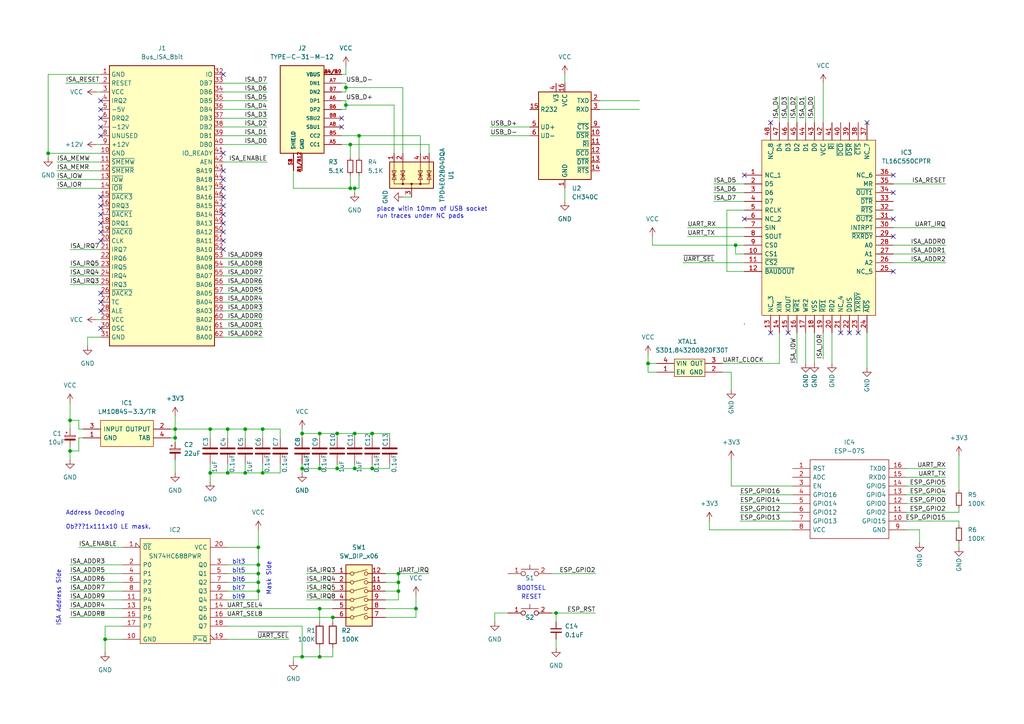
<source format=kicad_sch>
(kicad_sch (version 20211123) (generator eeschema)
  (paper "A4")
  (title_block (title "EcksDee Wifi") (date "2022-12-16") (comment 1 "UART selection is done through jumpers") (comment 2 "SEL4 selects LSB of second nybble") (comment 3 "SEL8 selects LSB of third nybble"))
  (junction (at 92.71 125.73))
  (junction (at 74.93 168.91))
  (junction (at 66.04 124.46))
  (junction (at 187.96 105.41))
  (junction (at 96.52 179.07))
  (junction (at 92.71 135.89))
  (junction (at 102.87 125.73))
  (junction (at 30.48 185.42))
  (junction (at 97.79 125.73))
  (junction (at 107.95 135.89))
  (junction (at 60.96 137.16))
  (junction (at 66.04 137.16))
  (junction (at 50.8 124.46))
  (junction (at 107.95 125.73))
  (junction (at 97.79 135.89))
  (junction (at 100.33 25.4))
  (junction (at 76.2 124.46))
  (junction (at 92.71 190.5))
  (junction (at 115.57 168.91))
  (junction (at 87.63 190.5))
  (junction (at 74.93 163.83))
  (junction (at 120.65 176.53))
  (junction (at 102.87 54.61))
  (junction (at 74.93 166.37))
  (junction (at 87.63 125.73))
  (junction (at 115.57 166.37))
  (junction (at 71.12 137.16))
  (junction (at 104.14 39.37))
  (junction (at 50.8 127))
  (junction (at 13.97 44.45))
  (junction (at 92.71 176.53))
  (junction (at 101.6 41.91))
  (junction (at 100.33 30.48))
  (junction (at 213.36 71.12))
  (junction (at 60.96 124.46))
  (junction (at 71.12 124.46))
  (junction (at 20.32 121.92))
  (junction (at 161.29 177.8))
  (junction (at 74.93 158.75))
  (junction (at 87.63 135.89))
  (junction (at 102.87 135.89))
  (junction (at 74.93 171.45))
  (junction (at 101.6 54.61))
  (junction (at 20.32 130.81))
  (junction (at 76.2 137.16))
  (junction (at 115.57 171.45))
  (no_connect (at 99.06 34.29))
  (no_connect (at 259.08 68.58))
  (no_connect (at 243.84 96.52))
  (no_connect (at 248.92 96.52))
  (no_connect (at 246.38 96.52))
  (no_connect (at 259.08 63.5))
  (no_connect (at 259.08 55.88))
  (no_connect (at 29.21 95.25))
  (no_connect (at 29.21 85.09))
  (no_connect (at 29.21 87.63))
  (no_connect (at 29.21 90.17))
  (no_connect (at 29.21 57.15))
  (no_connect (at 29.21 59.69))
  (no_connect (at 29.21 62.23))
  (no_connect (at 29.21 64.77))
  (no_connect (at 29.21 67.31))
  (no_connect (at 29.21 69.85))
  (no_connect (at 29.21 29.21))
  (no_connect (at 29.21 31.75))
  (no_connect (at 29.21 36.83))
  (no_connect (at 29.21 39.37))
  (no_connect (at 29.21 34.29))
  (no_connect (at 64.77 72.39))
  (no_connect (at 64.77 69.85))
  (no_connect (at 64.77 67.31))
  (no_connect (at 64.77 52.07))
  (no_connect (at 64.77 49.53))
  (no_connect (at 64.77 44.45))
  (no_connect (at 64.77 21.59))
  (no_connect (at 64.77 64.77))
  (no_connect (at 64.77 62.23))
  (no_connect (at 64.77 59.69))
  (no_connect (at 64.77 57.15))
  (no_connect (at 64.77 54.61))
  (no_connect (at 99.06 36.83))
  (no_connect (at 228.6 96.52))
  (no_connect (at 215.9 63.5))
  (no_connect (at 215.9 50.8))
  (no_connect (at 223.52 96.52))
  (no_connect (at 259.08 78.74))
  (no_connect (at 223.52 35.56))
  (no_connect (at 259.08 50.8))
  (no_connect (at 251.46 35.56))
  (wire (pts (xy 64.77 77.47) (xy 76.2 77.47)))
  (wire (pts (xy 231.14 27.94) (xy 231.14 35.56)))
  (wire (pts (xy 199.39 68.58) (xy 215.9 68.58)))
  (wire (pts (xy 85.09 54.61) (xy 101.6 54.61)))
  (wire (pts (xy 60.96 124.46) (xy 66.04 124.46)))
  (wire (pts (xy 119.38 57.15) (xy 116.84 57.15)))
  (wire (pts (xy 13.97 21.59) (xy 29.21 21.59)))
  (wire (pts (xy 236.22 96.52) (xy 236.22 105.41)))
  (wire (pts (xy 278.13 132.08) (xy 278.13 142.24)))
  (wire (pts (xy 27.94 41.91) (xy 29.21 41.91)))
  (wire (pts (xy 259.08 53.34) (xy 274.32 53.34)))
  (wire (pts (xy 115.57 171.45) (xy 115.57 168.91)))
  (wire (pts (xy 120.65 176.53) (xy 120.65 179.07)))
  (wire (pts (xy 210.82 60.96) (xy 215.9 60.96)))
  (wire (pts (xy 163.83 54.61) (xy 163.83 58.42)))
  (wire (pts (xy 207.01 55.88) (xy 215.9 55.88)))
  (wire (pts (xy 212.09 107.95) (xy 212.09 113.03)))
  (wire (pts (xy 120.65 179.07) (xy 111.76 179.07)))
  (wire (pts (xy 99.06 39.37) (xy 104.14 39.37)))
  (wire (pts (xy 96.52 179.07) (xy 96.52 180.34)))
  (wire (pts (xy 189.23 68.58) (xy 189.23 71.12)))
  (wire (pts (xy 163.83 21.59) (xy 163.83 24.13)))
  (wire (pts (xy 190.5 107.95) (xy 187.96 107.95)))
  (wire (pts (xy 113.03 125.73) (xy 107.95 125.73)))
  (wire (pts (xy 64.77 34.29) (xy 77.47 34.29)))
  (wire (pts (xy 88.9 171.45) (xy 96.52 171.45)))
  (wire (pts (xy 104.14 39.37) (xy 104.14 45.72)))
  (wire (pts (xy 100.33 26.67) (xy 99.06 26.67)))
  (wire (pts (xy 107.95 125.73) (xy 102.87 125.73)))
  (wire (pts (xy 66.04 181.61) (xy 87.63 181.61)))
  (wire (pts (xy 64.77 97.79) (xy 76.2 97.79)))
  (wire (pts (xy 16.51 46.99) (xy 29.21 46.99)))
  (wire (pts (xy 111.76 173.99) (xy 115.57 173.99)))
  (wire (pts (xy 64.77 74.93) (xy 76.2 74.93)))
  (wire (pts (xy 87.63 135.89) (xy 92.71 135.89)))
  (wire (pts (xy 13.97 44.45) (xy 13.97 21.59)))
  (wire (pts (xy 71.12 124.46) (xy 71.12 127)))
  (wire (pts (xy 262.89 143.51) (xy 274.32 143.51)))
  (wire (pts (xy 100.33 25.4) (xy 100.33 26.67)))
  (wire (pts (xy 102.87 125.73) (xy 97.79 125.73)))
  (wire (pts (xy 66.04 173.99) (xy 74.93 173.99)))
  (wire (pts (xy 66.04 163.83) (xy 74.93 163.83)))
  (wire (pts (xy 64.77 26.67) (xy 77.47 26.67)))
  (wire (pts (xy 114.3 30.48) (xy 114.3 44.45)))
  (wire (pts (xy 66.04 179.07) (xy 96.52 179.07)))
  (wire (pts (xy 229.87 140.97) (xy 212.09 140.97)))
  (wire (pts (xy 161.29 177.8) (xy 172.72 177.8)))
  (wire (pts (xy 92.71 135.89) (xy 92.71 134.62)))
  (wire (pts (xy 20.32 176.53) (xy 35.56 176.53)))
  (wire (pts (xy 20.32 121.92) (xy 20.32 124.46)))
  (wire (pts (xy 64.77 24.13) (xy 77.47 24.13)))
  (wire (pts (xy 262.89 151.13) (xy 278.13 151.13)))
  (wire (pts (xy 74.93 173.99) (xy 74.93 171.45)))
  (wire (pts (xy 30.48 189.23) (xy 30.48 185.42)))
  (wire (pts (xy 50.8 124.46) (xy 60.96 124.46)))
  (wire (pts (xy 262.89 148.59) (xy 278.13 148.59)))
  (wire (pts (xy 81.28 124.46) (xy 81.28 127)))
  (wire (pts (xy 64.77 39.37) (xy 77.47 39.37)))
  (wire (pts (xy 102.87 135.89) (xy 107.95 135.89)))
  (wire (pts (xy 13.97 44.45) (xy 29.21 44.45)))
  (wire (pts (xy 236.22 27.94) (xy 236.22 35.56)))
  (wire (pts (xy 64.77 41.91) (xy 77.47 41.91)))
  (wire (pts (xy 13.97 44.45) (xy 13.97 45.72)))
  (wire (pts (xy 102.87 54.61) (xy 102.87 55.88)))
  (wire (pts (xy 241.3 96.52) (xy 241.3 105.41)))
  (wire (pts (xy 24.13 124.46) (xy 22.86 124.46)))
  (wire (pts (xy 143.51 177.8) (xy 143.51 180.34)))
  (wire (pts (xy 20.32 82.55) (xy 29.21 82.55)))
  (wire (pts (xy 74.93 168.91) (xy 74.93 166.37)))
  (wire (pts (xy 226.06 27.94) (xy 226.06 35.56)))
  (wire (pts (xy 20.32 179.07) (xy 35.56 179.07)))
  (wire (pts (xy 20.32 163.83) (xy 35.56 163.83)))
  (wire (pts (xy 27.94 92.71) (xy 29.21 92.71)))
  (wire (pts (xy 142.24 36.83) (xy 153.67 36.83)))
  (wire (pts (xy 124.46 41.91) (xy 124.46 44.45)))
  (wire (pts (xy 66.04 137.16) (xy 71.12 137.16)))
  (wire (pts (xy 187.96 102.87) (xy 187.96 105.41)))
  (wire (pts (xy 88.9 173.99) (xy 96.52 173.99)))
  (wire (pts (xy 50.8 120.65) (xy 50.8 124.46)))
  (wire (pts (xy 71.12 137.16) (xy 76.2 137.16)))
  (wire (pts (xy 20.32 129.54) (xy 20.32 130.81)))
  (wire (pts (xy 20.32 72.39) (xy 29.21 72.39)))
  (wire (pts (xy 262.89 138.43) (xy 274.32 138.43)))
  (wire (pts (xy 16.51 49.53) (xy 29.21 49.53)))
  (wire (pts (xy 64.77 29.21) (xy 77.47 29.21)))
  (wire (pts (xy 87.63 124.46) (xy 87.63 125.73)))
  (wire (pts (xy 81.28 137.16) (xy 81.28 134.62)))
  (wire (pts (xy 85.09 190.5) (xy 85.09 191.77)))
  (wire (pts (xy 97.79 125.73) (xy 92.71 125.73)))
  (wire (pts (xy 142.24 39.37) (xy 153.67 39.37)))
  (wire (pts (xy 214.63 148.59) (xy 229.87 148.59)))
  (wire (pts (xy 99.06 29.21) (xy 100.33 29.21)))
  (wire (pts (xy 64.77 87.63) (xy 76.2 87.63)))
  (wire (pts (xy 101.6 41.91) (xy 124.46 41.91)))
  (wire (pts (xy 205.74 153.67) (xy 229.87 153.67)))
  (wire (pts (xy 262.89 146.05) (xy 274.32 146.05)))
  (wire (pts (xy 20.32 77.47) (xy 29.21 77.47)))
  (wire (pts (xy 100.33 25.4) (xy 116.84 25.4)))
  (wire (pts (xy 226.06 96.52) (xy 226.06 105.41)))
  (wire (pts (xy 22.86 158.75) (xy 35.56 158.75)))
  (wire (pts (xy 76.2 124.46) (xy 76.2 127)))
  (wire (pts (xy 74.93 158.75) (xy 74.93 153.67)))
  (wire (pts (xy 66.04 137.16) (xy 66.04 134.62)))
  (wire (pts (xy 92.71 135.89) (xy 97.79 135.89)))
  (wire (pts (xy 49.53 124.46) (xy 50.8 124.46)))
  (wire (pts (xy 215.9 73.66) (xy 213.36 73.66)))
  (wire (pts (xy 238.76 96.52) (xy 238.76 104.14)))
  (wire (pts (xy 20.32 130.81) (xy 20.32 133.35)))
  (wire (pts (xy 160.02 177.8) (xy 161.29 177.8)))
  (wire (pts (xy 209.55 107.95) (xy 212.09 107.95)))
  (wire (pts (xy 20.32 166.37) (xy 35.56 166.37)))
  (wire (pts (xy 27.94 26.67) (xy 29.21 26.67)))
  (wire (pts (xy 111.76 176.53) (xy 120.65 176.53)))
  (wire (pts (xy 66.04 124.46) (xy 71.12 124.46)))
  (wire (pts (xy 209.55 105.41) (xy 226.06 105.41)))
  (wire (pts (xy 87.63 134.62) (xy 87.63 135.89)))
  (wire (pts (xy 76.2 137.16) (xy 76.2 134.62)))
  (wire (pts (xy 207.01 58.42) (xy 215.9 58.42)))
  (wire (pts (xy 214.63 151.13) (xy 229.87 151.13)))
  (wire (pts (xy 20.32 173.99) (xy 35.56 173.99)))
  (wire (pts (xy 50.8 133.35) (xy 50.8 137.16)))
  (wire (pts (xy 76.2 137.16) (xy 81.28 137.16)))
  (wire (pts (xy 74.93 166.37) (xy 74.93 163.83)))
  (wire (pts (xy 100.33 30.48) (xy 114.3 30.48)))
  (wire (pts (xy 278.13 151.13) (xy 278.13 152.4)))
  (wire (pts (xy 187.96 105.41) (xy 190.5 105.41)))
  (wire (pts (xy 107.95 135.89) (xy 113.03 135.89)))
  (wire (pts (xy 100.33 21.59) (xy 99.06 21.59)))
  (wire (pts (xy 30.48 185.42) (xy 30.48 181.61)))
  (wire (pts (xy 111.76 168.91) (xy 115.57 168.91)))
  (wire (pts (xy 205.74 151.13) (xy 205.74 153.67)))
  (wire (pts (xy 212.09 140.97) (xy 212.09 133.35)))
  (wire (pts (xy 259.08 71.12) (xy 274.32 71.12)))
  (wire (pts (xy 120.65 172.72) (xy 120.65 176.53)))
  (wire (pts (xy 104.14 50.8) (xy 104.14 54.61)))
  (wire (pts (xy 20.32 80.01) (xy 29.21 80.01)))
  (wire (pts (xy 20.32 171.45) (xy 35.56 171.45)))
  (wire (pts (xy 199.39 66.04) (xy 215.9 66.04)))
  (wire (pts (xy 64.77 36.83) (xy 77.47 36.83)))
  (wire (pts (xy 66.04 124.46) (xy 66.04 127)))
  (wire (pts (xy 233.68 27.94) (xy 233.68 35.56)))
  (wire (pts (xy 259.08 76.2) (xy 274.32 76.2)))
  (wire (pts (xy 92.71 190.5) (xy 96.52 190.5)))
  (wire (pts (xy 214.63 143.51) (xy 229.87 143.51)))
  (wire (pts (xy 64.77 46.99) (xy 77.47 46.99)))
  (wire (pts (xy 30.48 185.42) (xy 35.56 185.42)))
  (wire (pts (xy 262.89 140.97) (xy 274.32 140.97)))
  (wire (pts (xy 100.33 19.05) (xy 100.33 21.59)))
  (wire (pts (xy 113.03 127) (xy 113.03 125.73)))
  (wire (pts (xy 96.52 190.5) (xy 96.52 187.96)))
  (wire (pts (xy 147.32 177.8) (xy 143.51 177.8)))
  (wire (pts (xy 233.68 96.52) (xy 233.68 105.41)))
  (wire (pts (xy 64.77 31.75) (xy 77.47 31.75)))
  (wire (pts (xy 20.32 168.91) (xy 35.56 168.91)))
  (wire (pts (xy 187.96 107.95) (xy 187.96 105.41)))
  (wire (pts (xy 50.8 124.46) (xy 50.8 127)))
  (wire (pts (xy 101.6 54.61) (xy 102.87 54.61)))
  (wire (pts (xy 66.04 168.91) (xy 74.93 168.91)))
  (wire (pts (xy 64.77 90.17) (xy 76.2 90.17)))
  (wire (pts (xy 101.6 41.91) (xy 101.6 45.72)))
  (wire (pts (xy 97.79 135.89) (xy 97.79 134.62)))
  (wire (pts (xy 173.99 29.21) (xy 185.42 29.21)))
  (wire (pts (xy 107.95 125.73) (xy 107.95 127)))
  (wire (pts (xy 60.96 137.16) (xy 66.04 137.16)))
  (wire (pts (xy 97.79 135.89) (xy 102.87 135.89)))
  (wire (pts (xy 115.57 173.99) (xy 115.57 171.45)))
  (wire (pts (xy 64.77 85.09) (xy 76.2 85.09)))
  (wire (pts (xy 113.03 135.89) (xy 113.03 134.62)))
  (wire (pts (xy 87.63 181.61) (xy 87.63 190.5)))
  (wire (pts (xy 87.63 190.5) (xy 85.09 190.5)))
  (wire (pts (xy 215.9 76.2) (xy 198.12 76.2)))
  (wire (pts (xy 64.77 95.25) (xy 76.2 95.25)))
  (wire (pts (xy 213.36 71.12) (xy 215.9 71.12)))
  (wire (pts (xy 66.04 166.37) (xy 74.93 166.37)))
  (wire (pts (xy 278.13 157.48) (xy 278.13 158.75)))
  (wire (pts (xy 107.95 135.89) (xy 107.95 134.62)))
  (wire (pts (xy 50.8 127) (xy 49.53 127)))
  (wire (pts (xy 74.93 163.83) (xy 74.93 158.75)))
  (wire (pts (xy 189.23 71.12) (xy 213.36 71.12)))
  (wire (pts (xy 22.86 130.81) (xy 20.32 130.81)))
  (wire (pts (xy 207.01 53.34) (xy 215.9 53.34)))
  (wire (pts (xy 161.29 177.8) (xy 161.29 180.34)))
  (wire (pts (xy 20.32 116.84) (xy 20.32 121.92)))
  (wire (pts (xy 111.76 171.45) (xy 115.57 171.45)))
  (wire (pts (xy 25.4 100.33) (xy 25.4 97.79)))
  (wire (pts (xy 214.63 146.05) (xy 229.87 146.05)))
  (wire (pts (xy 60.96 134.62) (xy 60.96 137.16)))
  (wire (pts (xy 74.93 171.45) (xy 74.93 168.91)))
  (wire (pts (xy 19.05 24.13) (xy 29.21 24.13)))
  (wire (pts (xy 100.33 30.48) (xy 100.33 31.75)))
  (wire (pts (xy 64.77 82.55) (xy 76.2 82.55)))
  (wire (pts (xy 115.57 168.91) (xy 115.57 166.37)))
  (wire (pts (xy 92.71 176.53) (xy 96.52 176.53)))
  (wire (pts (xy 228.6 27.94) (xy 228.6 35.56)))
  (wire (pts (xy 100.33 29.21) (xy 100.33 30.48)))
  (wire (pts (xy 115.57 166.37) (xy 124.46 166.37)))
  (wire (pts (xy 161.29 185.42) (xy 161.29 187.96)))
  (wire (pts (xy 71.12 137.16) (xy 71.12 134.62)))
  (wire (pts (xy 66.04 171.45) (xy 74.93 171.45)))
  (wire (pts (xy 30.48 181.61) (xy 35.56 181.61)))
  (wire (pts (xy 259.08 73.66) (xy 274.32 73.66)))
  (wire (pts (xy 92.71 125.73) (xy 92.71 127)))
  (wire (pts (xy 87.63 190.5) (xy 92.71 190.5)))
  (wire (pts (xy 251.46 96.52) (xy 251.46 106.68)))
  (wire (pts (xy 160.02 166.37) (xy 172.72 166.37)))
  (wire (pts (xy 102.87 125.73) (xy 102.87 127)))
  (wire (pts (xy 66.04 185.42) (xy 83.82 185.42)))
  (wire (pts (xy 76.2 124.46) (xy 81.28 124.46)))
  (wire (pts (xy 22.86 127) (xy 22.86 130.81)))
  (wire (pts (xy 88.9 166.37) (xy 96.52 166.37)))
  (wire (pts (xy 104.14 39.37) (xy 121.92 39.37)))
  (wire (pts (xy 85.09 49.53) (xy 85.09 54.61)))
  (wire (pts (xy 88.9 168.91) (xy 96.52 168.91)))
  (wire (pts (xy 25.4 97.79) (xy 29.21 97.79)))
  (wire (pts (xy 60.96 137.16) (xy 60.96 139.7)))
  (wire (pts (xy 66.04 176.53) (xy 92.71 176.53)))
  (wire (pts (xy 278.13 147.32) (xy 278.13 148.59)))
  (wire (pts (xy 66.04 158.75) (xy 74.93 158.75)))
  (wire (pts (xy 121.92 39.37) (xy 121.92 44.45)))
  (wire (pts (xy 22.86 124.46) (xy 22.86 121.92)))
  (wire (pts (xy 115.57 166.37) (xy 111.76 166.37)))
  (wire (pts (xy 87.63 135.89) (xy 87.63 137.16)))
  (wire (pts (xy 97.79 125.73) (xy 97.79 127)))
  (wire (pts (xy 100.33 24.13) (xy 100.33 25.4)))
  (wire (pts (xy 64.77 80.01) (xy 76.2 80.01)))
  (wire (pts (xy 92.71 176.53) (xy 92.71 180.34)))
  (wire (pts (xy 22.86 121.92) (xy 20.32 121.92)))
  (wire (pts (xy 16.51 54.61) (xy 29.21 54.61)))
  (wire (pts (xy 101.6 50.8) (xy 101.6 54.61)))
  (wire (pts (xy 102.87 135.89) (xy 102.87 134.62)))
  (wire (pts (xy 60.96 124.46) (xy 60.96 127)))
  (wire (pts (xy 259.08 66.04) (xy 274.32 66.04)))
  (wire (pts (xy 87.63 125.73) (xy 87.63 127)))
  (wire (pts (xy 102.87 54.61) (xy 104.14 54.61)))
  (wire (pts (xy 210.82 78.74) (xy 210.82 60.96)))
  (wire (pts (xy 213.36 71.12) (xy 213.36 73.66)))
  (wire (pts (xy 92.71 125.73) (xy 87.63 125.73)))
  (wire (pts (xy 16.51 52.07) (xy 29.21 52.07)))
  (wire (pts (xy 238.76 24.13) (xy 238.76 35.56)))
  (wire (pts (xy 116.84 25.4) (xy 116.84 44.45)))
  (wire (pts (xy 99.06 41.91) (xy 101.6 41.91)))
  (wire (pts (xy 173.99 31.75) (xy 185.42 31.75)))
  (wire (pts (xy 215.9 78.74) (xy 210.82 78.74)))
  (wire (pts (xy 262.89 153.67) (xy 266.7 153.67)))
  (wire (pts (xy 92.71 187.96) (xy 92.71 190.5)))
  (wire (pts (xy 231.14 96.52) (xy 231.14 105.41)))
  (wire (pts (xy 99.06 24.13) (xy 100.33 24.13)))
  (wire (pts (xy 71.12 124.46) (xy 76.2 124.46)))
  (wire (pts (xy 266.7 153.67) (xy 266.7 157.48)))
  (wire (pts (xy 24.13 127) (xy 22.86 127)))
  (wire (pts (xy 64.77 92.71) (xy 76.2 92.71)))
  (wire (pts (xy 100.33 31.75) (xy 99.06 31.75)))
  (wire (pts (xy 262.89 135.89) (xy 274.32 135.89)))
  (wire (pts (xy 50.8 127) (xy 50.8 128.27)))
  (text "Mask Side" (at 78.74 172.72 90) (effects (font (size 1.27 1.27)) (justify left bottom)))
  (text "bit3" (at 67.31 163.83 0) (effects (font (size 1.27 1.27)) (justify left bottom)))
  (text "bit7" (at 67.2782 171.4199 0) (effects (font (size 1.27 1.27)) (justify left bottom)))
  (text "bit6" (at 67.31 168.91 0) (effects (font (size 1.27 1.27)) (justify left bottom)))
  (text "BOOTSEL" (at 149.86 171.45 0) (effects (font (size 1.27 1.27)) (justify left bottom)))
  (text "bit5" (at 67.31 166.37 0) (effects (font (size 1.27 1.27)) (justify left bottom)))
  (text "RESET" (at 151.13 173.99 0) (effects (font (size 1.27 1.27)) (justify left bottom)))
  (text "bit9" (at 67.2782 173.9634 0) (effects (font (size 1.27 1.27)) (justify left bottom)))
  (text "place witin 10mm of USB socket\nrun traces under NC pads" (at 109.22 63.5 0) (effects (font (size 1.27 1.27)) (justify left bottom)))
  (text "ISA Address Side" (at 17.78 181.61 90) (effects (font (size 1.27 1.27)) (justify left bottom)))
  (text "Address Decoding\n\n0b???1x111x10 LE mask. " (at 19.05 153.67 0) (effects (font (size 1.27 1.27)) (justify left bottom)))
  (label "ISA_D6" (at 207.01 55.88 0))
  (label "ISA_ADDR5" (at 20.32 166.37 0))
  (label "ISA_IOR" (at 16.51 54.61 0))
  (label "ISA_ADDR2" (at 76.2 97.79 180))
  (label "ESP_RST" (at 172.72 177.8 180))
  (label "ISA_ADDR3" (at 20.32 163.83 0))
  (label "ISA_ADDR6" (at 20.32 168.91 0))
  (label "ISA_IRQ4" (at 88.9 168.91 0))
  (label "ISA_ADDR0" (at 274.32 71.12 180))
  (label "ISA_ADDR1" (at 76.2 95.25 180))
  (label "UART_IRQ" (at 274.32 66.04 180))
  (label "ISA_D7" (at 77.47 24.13 180))
  (label "ISA_ADDR7" (at 20.32 171.45 0))
  (label "ESP_GPIO13" (at 214.63 151.13 0))
  (label "UART_SEL8" (at 76.2 179.07 180))
  (label "ISA_D0" (at 77.47 41.91 180))
  (label "ISA_IOW" (at 231.14 105.41 90))
  (label "ISA_IRQ3" (at 20.32 82.55 0))
  (label "ISA_ADDR6" (at 76.2 82.55 180))
  (label "ISA_D7" (at 207.01 58.42 0))
  (label "ESP_GPIO15" (at 274.32 151.13 180))
  (label "ISA_ADDR8" (at 20.32 179.07 0))
  (label "ESP_GPIO14" (at 214.63 146.05 0))
  (label "ESP_GPIO12" (at 214.63 148.59 0))
  (label "ISA_ADDR4" (at 76.2 87.63 180))
  (label "ISA_D2" (at 77.47 36.83 180))
  (label "ISA_IRQ7" (at 20.32 72.39 0))
  (label "ISA_D6" (at 77.47 26.67 180))
  (label "UART_RX" (at 199.39 66.04 0))
  (label "~{UART_SEL}" (at 198.12 76.2 0))
  (label "UART_RX" (at 274.32 135.89 180))
  (label "ISA_ENABLE" (at 77.47 46.99 180))
  (label "UART_IRQ" (at 124.46 166.37 180))
  (label "ISA_D2" (at 231.14 27.94 270))
  (label "~{UART_SEL}" (at 83.82 185.42 180))
  (label "ISA_ADDR0" (at 76.2 92.71 180))
  (label "ISA_D1" (at 233.68 27.94 270))
  (label "ISA_MEMR" (at 16.51 49.53 0))
  (label "ESP_GPIO2" (at 172.72 166.37 180))
  (label "ISA_IOW" (at 16.51 52.07 0))
  (label "ISA_D5" (at 207.01 53.34 0))
  (label "ISA_IOR" (at 238.76 104.14 90))
  (label "UART_CLOCK" (at 209.55 105.41 0))
  (label "ISA_RESET" (at 19.05 24.13 0))
  (label "ISA_IRQ5" (at 20.32 77.47 0))
  (label "USB_D+" (at 142.24 36.83 0))
  (label "ISA_D1" (at 77.47 39.37 180))
  (label "ISA_ADDR7" (at 76.2 80.01 180))
  (label "ISA_ADDR9" (at 76.2 74.93 180))
  (label "ISA_ADDR3" (at 76.2 90.17 180))
  (label "ISA_D3" (at 77.47 34.29 180))
  (label "ISA_D5" (at 77.47 29.21 180))
  (label "USB_D-" (at 142.24 39.37 0))
  (label "ISA_ADDR9" (at 20.32 173.99 0))
  (label "UART_TX" (at 274.32 138.43 180))
  (label "ISA_ADDR8" (at 76.2 77.47 180))
  (label "ISA_ENABLE" (at 22.86 158.75 0))
  (label "UART_SEL4" (at 76.2 176.53 180))
  (label "ESP_GPIO16" (at 214.63 143.51 0))
  (label "ISA_RESET" (at 274.32 53.34 180))
  (label "ISA_D0" (at 236.22 27.94 270))
  (label "ISA_D4" (at 77.47 31.75 180))
  (label "ESP_GPIO2" (at 274.32 148.59 180))
  (label "ISA_ADDR1" (at 274.32 73.66 180))
  (label "ESP_GPIO4" (at 274.32 143.51 180))
  (label "USB_D-" (at 100.33 24.13 0))
  (label "ISA_ADDR4" (at 20.32 176.53 0))
  (label "ISA_IRQ3" (at 88.9 166.37 0))
  (label "ISA_IRQ5" (at 88.9 171.45 0))
  (label "ISA_ADDR5" (at 76.2 85.09 180))
  (label "ISA_IRQ8" (at 88.9 173.99 0))
  (label "UART_TX" (at 199.39 68.58 0))
  (label "ISA_ADDR2" (at 274.32 76.2 180))
  (label "ISA_D3" (at 228.6 27.94 270))
  (label "ESP_GPIO0" (at 274.32 146.05 180))
  (label "ESP_GPIO5" (at 274.32 140.97 180))
  (label "USB_D+" (at 100.33 29.21 0))
  (label "ISA_IRQ4" (at 20.32 80.01 0))
  (label "ISA_D4" (at 226.06 27.94 270))
  (label "ISA_MEMW" (at 16.51 46.99 0))
  (symbol (lib_id "power:VCC") (at 100.33 19.05 0) (unit 1)
    (property "Reference" "#PWR016" (effects hide))
    (property "Value" "VCC" (at 100.33 13.97 0))
  )
  (symbol (lib_id "4ms_Power-symbol:GND") (at 161.29 187.96 0) (unit 1)
    (property "Reference" "#PWR021" (effects hide))
    (property "Value" "GND" (at 161.29 193.04 0))
  )
  (symbol (lib_id "4ms_Power-symbol:GND") (at 102.87 55.88 0) (unit 1)
    (property "Reference" "#PWR017" (effects hide))
    (property "Value" "GND" (at 102.87 60.96 0))
  )
  (symbol (lib_id "4ms_Power-symbol:GND") (at 87.63 137.16 0) (unit 1)
    (property "Reference" "#PWR015" (effects hide))
    (property "Value" "GND" (at 87.63 142.24 0))
  )
  (symbol (lib_id "power:VCC") (at 87.63 124.46 0) (unit 1)
    (property "Reference" "#PWR014" (effects hide))
    (property "Value" "VCC" (at 87.63 119.38 0))
  )
  (symbol (lib_id "4ms_Power-symbol:GND") (at 278.13 158.75 0) (unit 1)
    (property "Reference" "#PWR036" (effects hide))
    (property "Value" "GND" (at 278.13 163.83 90))
  )
  (symbol (lib_id "Device:C") (at 92.71 130.81 0) (unit 1)
    (property "Reference" "C9" (at 91.44 129.54 90) (effects (justify left)))
    (property "Value" "0.1uF" (at 93.98 137.16 90) (effects (justify left)))
  )
  (symbol (lib_id "Connector:Bus_ISA_8bit") (at 46.99 59.69 0) (unit 1)
    (property "Reference" "J1" (at 46.99 13.97 0))
    (property "Value" "Bus_ISA_8bit" (at 46.99 16.51 0))
    (property "Datasheet" "https://en.wikipedia.org/wiki/Industry_Standard_Architecture" (effects hide))
  )
  (symbol (lib_id "power:VCC") (at 187.96 102.87 0) (unit 1)
    (property "Reference" "#PWR024" (effects hide))
    (property "Value" "VCC" (at 187.96 97.79 0))
  )
  (symbol (lib_id "power:VCC") (at 120.65 172.72 0) (unit 1)
    (property "Reference" "#PWR018" (effects hide))
    (property "Value" "VCC" (at 120.65 167.64 0))
  )
  (symbol (lib_id "power:VCC") (at 27.94 26.67 90) (unit 1)
    (property "Reference" "#PWR05" (effects hide))
    (property "Value" "VCC" (at 24.13 26.6699 90) (effects (justify left)))
  )
  (symbol (lib_id "4ms_Power-symbol:+3.3V") (at 212.09 133.35 0) (unit 1)
    (property "Reference" "#PWR028" (effects hide))
    (property "Value" "+3.3V" (at 212.09 128.27 0))
  )
  (symbol (lib_id "Device:C") (at 60.96 130.81 0) (unit 1)
    (property "Reference" "C3" (at 59.69 129.54 90) (effects (justify left)))
    (property "Value" "1uF" (at 62.23 137.16 90) (effects (justify left)))
  )
  (symbol (lib_id "4ms_Power-symbol:+3.3V") (at 50.8 120.65 0) (unit 1)
    (property "Reference" "#PWR09" (effects hide))
    (property "Value" "+3.3V" (at 50.8 115.57 0))
  )
  (symbol (lib_id "4ms_Power-symbol:+12V") (at 27.94 41.91 90) (unit 1)
    (property "Reference" "#PWR06" (effects hide))
    (property "Value" "+12V" (at 24.13 41.9099 90) (effects (justify left)))
  )
  (symbol (lib_id "power:VCC") (at 238.76 24.13 0) (unit 1)
    (property "Reference" "#PWR031" (effects hide))
    (property "Value" "VCC" (at 238.76 19.05 0))
  )
  (symbol (lib_id "eksdee_lib:SKRKAEE020") (at 153.67 166.37 0) (unit 1)
    (property "Reference" "S1" (at 153.67 167.64 0))
    (property "Value" "SKRKAEE020" (effects hide))
    (property "Footprint" "SKRKAEE020" (effects hide))
    (property "Datasheet" "http://www.alps.com/prod/info/J/HTML/Tact/SurfaceMount/SKRK/SKRKAEE020.html" (effects hide))
    (property "Description" "Tactile Switches 3.9x2.9x2.0mm 160gf Packaging Temp 80oC" (effects hide))
    (property "Height" "2" (effects hide))
    (property "Mouser Part Number" "688-SKRKAEE020" (effects hide))
    (property "Mouser Price/Stock" "https://www.mouser.co.uk/ProductDetail/Alps-Alpine/SKRKAEE020?qs=MrosSN5%252BUQW89XjXIp8Ugw%3D%3D" (effects hide))
    (property "Manufacturer_Name" "ALPS Electric" (effects hide))
    (property "Manufacturer_Part_Number" "SKRKAEE020" (effects hide))
    (property "LCSC" "C115357" (effects hide))
  )
  (symbol (lib_id "power:VCC") (at 189.23 68.58 0) (unit 1)
    (property "Reference" "#PWR025" (effects hide))
    (property "Value" "VCC" (at 189.23 63.5 0))
  )
  (symbol (lib_id "4ms_Power-symbol:GND") (at 163.83 58.42 0) (unit 1)
    (property "Reference" "#PWR023" (effects hide))
    (property "Value" "GND" (at 163.83 63.5 0))
  )
  (symbol (lib_id "Device:R_Small") (at 278.13 144.78 180) (unit 1)
    (property "Reference" "R5" (at 280.67 143.5099 0) (effects (justify right)))
    (property "Value" "100K" (at 280.67 146.0499 0) (effects (justify right)))
  )
  (symbol (lib_id "4ms_Power-symbol:GND") (at 116.84 57.15 270) (unit 1)
    (property "Reference" "#PWR019" (effects hide))
    (property "Value" "GND" (at 111.76 57.15 0))
  )
  (symbol (lib_id "eksdee_lib:LM1084ISX-3.3_NOPB") (at 16.51 124.46 0) (unit 1)
    (property "Reference" "IC1" (at 36.83 116.84 0))
    (property "Value" "LM1084S-3.3/TR" (at 36.83 119.38 0))
    (property "Footprint" "KTT0003B" (effects hide))
    (property "Datasheet" "http://www.ti.com/lit/gpn/lm1084" (effects hide))
    (property "Description" "5A Fixed / Adjustable Output Linear Regulator" (effects hide))
    (property "Manufacturer_Name" "Texas Instruments" (effects hide))
    (property "Manufacturer_Part_Number" "LM1084ISX-3.3/NOPB" (effects hide))
    (property "Mouser Part Number" "926-LM1084ISX33NOPB" (effects hide))
    (property "Mouser Price/Stock" "https://www.mouser.co.uk/ProductDetail/Texas-Instruments/LM1084ISX-3.3-NOPB?qs=X1J7HmVL2ZHtB6T2lNJS4g%3D%3D" (effects hide))
    (property "Arrow Part Number" "LM1084ISX-3.3/NOPB" (effects hide))
    (property "Arrow Price/Stock" "https://www.arrow.com/en/products/lm1084isx-3.3nopb/texas-instruments?region=nac" (effects hide))
    (property "LCSC" "C259972" (effects hide))
  )
  (symbol (lib_id "4ms_Power-symbol:GND") (at 241.3 105.41 0) (unit 1)
    (property "Reference" "#PWR032" (effects hide))
    (property "Value" "GND" (at 241.3 110.49 90))
  )
  (symbol (lib_id "Device:R_Small") (at 104.14 48.26 0) (unit 1)
    (property "Reference" "R4" (at 106.68 46.9899 0) (effects (justify left)))
    (property "Value" "5.1K" (at 106.68 49.5299 0) (effects (justify left)))
  )
  (symbol (lib_id "Device:C") (at 71.12 130.81 0) (unit 1)
    (property "Reference" "C5" (at 69.85 129.54 90) (effects (justify left)))
    (property "Value" "1uF" (at 72.39 137.16 90) (effects (justify left)))
  )
  (symbol (lib_id "Device:C") (at 76.2 130.81 0) (unit 1)
    (property "Reference" "C6" (at 74.93 129.54 90) (effects (justify left)))
    (property "Value" "0.1uF" (at 77.47 137.16 90) (effects (justify left)))
  )
  (symbol (lib_id "SamacSys_Parts:ESP-07S") (at 229.87 135.89 0) (unit 1)
    (property "Reference" "IC4" (at 246.38 128.27 0))
    (property "Value" "ESP-07S" (at 246.38 130.81 0))
    (property "Footprint" "ESP07S" (effects hide))
    (property "Datasheet" "https://datasheet.datasheetarchive.com/originals/distributors/DKDS42/DSANUWW0049616.pdf" (effects hide))
    (property "Description" "RF Solutions ESP-07S 3  3.6V WiFi Module, FTP, HTTP, IPv4, TCP/IP GPIO, HSPI, I2C, I2S, IR, PWM, UART" (effects hide))
    (property "Height" "3" (effects hide))
    (property "Manufacturer_Name" "RF SOLUTIONS" (effects hide))
    (property "Manufacturer_Part_Number" "ESP-07S" (effects hide))
    (property "Mouser Part Number" "223-ESP-07S" (effects hide))
    (property "Mouser Price/Stock" "https://www.mouser.co.uk/ProductDetail/RF-Solutions/ESP-07S?qs=UkDUCjYnTB0lj%252B%252BGJB5oeg%3D%3D" (effects hide))
    (property "Arrow Part Number" "ESP-07S" (effects hide))
    (property "Arrow Price/Stock" "https://www.arrow.com/en/products/esp-07s/rf-solutions" (effects hide))
  )
  (symbol (lib_id "power:VCC") (at 27.94 92.71 90) (unit 1)
    (property "Reference" "#PWR07" (effects hide))
    (property "Value" "VCC" (at 24.13 92.7099 90) (effects (justify left)))
  )
  (symbol (lib_id "4ms_Power-symbol:+3.3V") (at 205.74 151.13 0) (unit 1)
    (property "Reference" "#PWR026" (effects hide))
    (property "Value" "+3.3V" (at 205.74 146.05 0))
  )
  (symbol (lib_id "Device:C") (at 113.03 130.81 0) (unit 1)
    (property "Reference" "C13" (at 111.76 129.54 90) (effects (justify left)))
    (property "Value" "0.1uF" (at 114.3 137.16 90) (effects (justify left)))
  )
  (symbol (lib_id "Device:C") (at 97.79 130.81 0) (unit 1)
    (property "Reference" "C10" (at 96.52 129.54 90) (effects (justify left)))
    (property "Value" "1uF" (at 99.06 137.16 90) (effects (justify left)))
  )
  (symbol (lib_id "power:VCC") (at 74.93 153.67 0) (unit 1)
    (property "Reference" "#PWR012" (effects hide))
    (property "Value" "VCC" (at 74.93 148.59 0))
  )
  (symbol (lib_id "Device:R_Small") (at 278.13 154.94 180) (unit 1)
    (property "Reference" "R6" (at 280.67 153.6699 0) (effects (justify right)))
    (property "Value" "100K" (at 280.67 156.2099 0) (effects (justify right)))
  )
  (symbol (lib_id "4ms_Power-symbol:GND") (at 50.8 137.16 0) (unit 1)
    (property "Reference" "#PWR010" (effects hide))
    (property "Value" "GND" (at 50.8 142.24 0))
  )
  (symbol (lib_id "power:VCC") (at 20.32 116.84 0) (unit 1)
    (property "Reference" "#PWR02" (effects hide))
    (property "Value" "VCC" (at 20.32 111.76 0))
  )
  (symbol (lib_id "Device:C") (at 102.87 130.81 0) (unit 1)
    (property "Reference" "C11" (at 101.6 129.54 90) (effects (justify left)))
    (property "Value" "1uF" (at 104.14 137.16 90) (effects (justify left)))
  )
  (symbol (lib_id "Device:C_Small") (at 161.29 182.88 0) (unit 1)
    (property "Reference" "C14" (at 163.83 181.6162 0) (effects (justify left)))
    (property "Value" "0.1uF" (at 163.83 184.1562 0) (effects (justify left)))
  )
  (symbol (lib_id "eksdee_lib:S3D1.843200B20F30T") (at 199.39 101.6 0) (unit 1)
    (property "Reference" "XTAL1" (at 199.39 99.06 0))
    (property "Value" "S3D1.843200B20F30T" (at 200.66 101.6 0))
    (property "LCSC" "C386895" (effects hide))
  )
  (symbol (lib_id "Device:C") (at 66.04 130.81 0) (unit 1)
    (property "Reference" "C4" (at 64.77 129.54 90) (effects (justify left)))
    (property "Value" "0.1uF" (at 67.31 137.16 90) (effects (justify left)))
  )
  (symbol (lib_id "Switch:SW_DIP_x06") (at 104.14 173.99 0) (unit 1)
    (property "Reference" "SW1" (at 104.14 158.75 0))
    (property "Value" "SW_DIP_x06" (at 104.14 161.29 0))
    (property "LCSC" "C4676" (effects hide))
  )
  (symbol (lib_id "Device:R_Small") (at 101.6 48.26 0) (unit 1)
    (property "Reference" "R3" (at 95.25 46.99 0) (effects (justify left)))
    (property "Value" "5.1K" (at 95.25 49.53 0) (effects (justify left)))
  )
  (symbol (lib_id "power:VCC") (at 163.83 21.59 0) (unit 1)
    (property "Reference" "#PWR022" (effects hide))
    (property "Value" "VCC" (at 163.83 16.51 0))
  )
  (symbol (lib_id "4ms_Power-symbol:GND") (at 30.48 189.23 0) (unit 1)
    (property "Reference" "#PWR08" (effects hide))
    (property "Value" "GND" (at 30.48 194.31 0))
  )
  (symbol (lib_id "Device:C_Polarized_Small") (at 20.32 127 0) (unit 1)
    (property "Reference" "C1" (at 15.24 125.73 0) (effects (justify left)))
    (property "Value" "10uF" (at 13.97 128.27 0) (effects (justify left)))
  )
  (symbol (lib_name "SKRKAEE020_1") (lib_id "eksdee_lib:SKRKAEE020") (at 153.67 177.8 0) (unit 1)
    (property "Reference" "S2" (at 153.67 179.07 0))
    (property "Value" "SKRKAEE020" (effects hide))
    (property "Footprint" "SKRKAEE020" (effects hide))
    (property "Datasheet" "http://www.alps.com/prod/info/J/HTML/Tact/SurfaceMount/SKRK/SKRKAEE020.html" (effects hide))
    (property "Description" "Tactile Switches 3.9x2.9x2.0mm 160gf Packaging Temp 80oC" (effects hide))
    (property "Height" "2" (effects hide))
    (property "Mouser Part Number" "688-SKRKAEE020" (effects hide))
    (property "Mouser Price/Stock" "https://www.mouser.co.uk/ProductDetail/Alps-Alpine/SKRKAEE020?qs=MrosSN5%252BUQW89XjXIp8Ugw%3D%3D" (effects hide))
    (property "Manufacturer_Name" "ALPS Electric" (effects hide))
    (property "Manufacturer_Part_Number" "SKRKAEE020" (effects hide))
    (property "LCSC" "C115357" (effects hide))
  )
  (symbol (lib_id "Device:C") (at 107.95 130.81 0) (unit 1)
    (property "Reference" "C12" (at 106.68 129.54 90) (effects (justify left)))
    (property "Value" "0.1uF" (at 109.22 137.16 90) (effects (justify left)))
  )
  (symbol (lib_id "Device:R") (at 96.52 184.15 0) (unit 1)
    (property "Reference" "R2" (at 99.06 182.8799 0) (effects (justify left)))
    (property "Value" "100K" (at 99.06 185.4199 0) (effects (justify left)))
  )
  (symbol (lib_id "4ms_Power-symbol:GND") (at 266.7 157.48 0) (unit 1)
    (property "Reference" "#PWR034" (effects hide))
    (property "Value" "GND" (at 266.7 162.56 90))
  )
  (symbol (lib_id "4ms_Power-symbol:+3.3V") (at 278.13 132.08 0) (unit 1)
    (property "Reference" "#PWR035" (effects hide))
    (property "Value" "+3.3V" (at 278.13 127 0))
  )
  (symbol (lib_id "eksdee_lib:TYPE-C-31-M-12") (at 86.36 33.02 0) (unit 1)
    (property "Reference" "J2" (at 87.63 13.97 0))
    (property "Value" "TYPE-C-31-M-12" (at 87.63 16.51 0))
    (property "Footprint" "SnapEDA Library:HRO_TYPE-C-31-M-12" (effects hide))
    (property "STANDARD" "Manufacturer Recommendations" (effects hide))
    (property "SNAPEDA_PN" "TYPE-C-31-M-12" (effects hide))
    (property "MAXIMUM_PACKAGE_HEIGHT" "3.26 mm" (effects hide))
    (property "MANUFACTURER" "HRO Electronics Co., Ltd." (effects hide))
    (property "PARTREV" "2020.12.08" (effects hide))
  )
  (symbol (lib_id "eksdee_lib:SN74HC688PWR") (at 35.56 161.29 0) (unit 1)
    (property "Reference" "IC2" (at 50.8 153.67 0))
    (property "Value" "SN74HC688PWR" (at 50.8 161.29 0))
    (property "Footprint" "SOP65P640X120-20N" (effects hide))
    (property "Datasheet" "http://www.ti.com/lit/gpn/sn74hc688" (effects hide))
    (property "Description" "8-Bit Identity/Magnitude Comparators (P=Q) with Enable" (effects hide))
    (property "Height" "1.2" (effects hide))
    (property "Manufacturer_Name" "Texas Instruments" (effects hide))
    (property "Manufacturer_Part_Number" "SN74HC688PWR" (effects hide))
    (property "Mouser Part Number" "595-SN74HC688PWR" (effects hide))
    (property "Mouser Price/Stock" "https://www.mouser.co.uk/ProductDetail/Texas-Instruments/SN74HC688PWR?qs=L5CvrNUdZiqO70xAJGWjog%3D%3D" (effects hide))
    (property "Arrow Part Number" "SN74HC688PWR" (effects hide))
    (property "Arrow Price/Stock" "https://www.arrow.com/en/products/sn74hc688pwr/texas-instruments" (effects hide))
    (property "LCSC" "C132045" (effects hide))
  )
  (symbol (lib_id "Device:C_Polarized_Small") (at 50.8 130.81 0) (unit 1)
    (property "Reference" "C2" (at 53.34 128.9938 0) (effects (justify left)))
    (property "Value" "22uF" (at 53.34 131.5338 0) (effects (justify left)))
  )
  (symbol (lib_id "4ms_Power-symbol:GND") (at 212.09 113.03 0) (unit 1)
    (property "Reference" "#PWR027" (effects hide))
    (property "Value" "GND" (at 212.09 118.11 90))
  )
  (symbol (lib_id "4ms_Power-symbol:GND") (at 85.09 191.77 0) (unit 1)
    (property "Reference" "#PWR013" (effects hide))
    (property "Value" "GND" (at 85.09 196.85 0))
  )
  (symbol (lib_id "4ms_Power-symbol:GND") (at 60.96 139.7 0) (unit 1)
    (property "Reference" "#PWR011" (effects hide))
    (property "Value" "GND" (at 60.96 144.78 0))
  )
  (symbol (lib_id "Device:C") (at 87.63 130.81 0) (unit 1)
    (property "Reference" "C8" (at 86.36 129.54 90) (effects (justify left)))
    (property "Value" "0.1uF" (at 88.9 137.16 90) (effects (justify left)))
  )
  (symbol (lib_id "4ms_Power-symbol:GND") (at 143.51 180.34 0) (unit 1)
    (property "Reference" "#PWR020" (effects hide))
    (property "Value" "GND" (at 143.51 185.42 0))
  )
  (symbol (lib_id "Device:R") (at 92.71 184.15 0) (unit 1)
    (property "Reference" "R1" (at 88.9 182.88 0) (effects (justify left)))
    (property "Value" "100K" (at 86.36 185.42 0) (effects (justify left)))
  )
  (symbol (lib_id "4ms_Power-symbol:GND") (at 20.32 133.35 0) (unit 1)
    (property "Reference" "#PWR03" (effects hide))
    (property "Value" "GND" (at 20.32 138.43 0))
  )
  (symbol (lib_id "Interface_USB:CH340C") (at 163.83 39.37 0) (unit 1)
    (property "Reference" "U2" (at 165.8494 54.61 0) (effects (justify left)))
    (property "Value" "CH340C" (at 165.8494 57.15 0) (effects (justify left)))
    (property "Footprint" "Package_SO:SOIC-16_3.9x9.9mm_P1.27mm" (effects hide))
    (property "Datasheet" "https://datasheet.lcsc.com/szlcsc/Jiangsu-Qin-Heng-CH340C_C84681.pdf" (effects hide))
  )
  (symbol (lib_id "4ms_Power-symbol:GND") (at 25.4 100.33 0) (unit 1)
    (property "Reference" "#PWR04" (effects hide))
    (property "Value" "GND" (at 25.4 105.41 0))
  )
  (symbol (lib_id "eksdee_lib:TL16C550CPTR") (at 215.9 50.8 0) (unit 1)
    (property "Reference" "IC3" (at 262.89 44.2212 0))
    (property "Value" "TL16C550CPTR" (at 262.89 46.7612 0))
    (property "Footprint" "QFP50P900X900X160-48N" (effects hide))
    (property "Datasheet" "https://www.ti.com/lit/ds/symlink/tl16c550c.pdf?ts=1602842278926&ref_url=https%253A%252F%252Fwww.ti.com%252Fstore%252Fti%252Fen%252Fp%252Fproduct%252F%253Fp%253DTL16C550CPTR%2526keyMatch%253DTL16C550CPTR%2526tisearch%253DSearch-EN-everything%2526usecase%2" (effects hide))
    (property "Description" "Single UART with 16-Byte FIFOs and Auto Flow Control" (effects hide))
    (property "Height" "1.6" (effects hide))
    (property "Manufacturer_Name" "Texas Instruments" (effects hide))
    (property "Manufacturer_Part_Number" "TL16C550CPTR" (effects hide))
    (property "Mouser Part Number" "595-TL16C550CPTR" (effects hide))
    (property "Mouser Price/Stock" "https://www.mouser.co.uk/ProductDetail/Texas-Instruments/TL16C550CPTR?qs=odmYgEirbwwi%252BfqlBP5SuA%3D%3D" (effects hide))
    (property "Arrow Part Number" "TL16C550CPTR" (effects hide))
    (property "Arrow Price/Stock" "https://www.arrow.com/en/products/tl16c550cptr/texas-instruments" (effects hide))
  )
  (symbol (lib_id "Device:C") (at 81.28 130.81 0) (unit 1)
    (property "Reference" "C7" (at 80.01 129.54 90) (effects (justify left)))
    (property "Value" "0.1uF" (at 82.55 137.16 90) (effects (justify left)))
  )
  (symbol (lib_id "4ms_Power-symbol:GND") (at 233.68 105.41 0) (unit 1)
    (property "Reference" "#PWR029" (effects hide))
    (property "Value" "GND" (at 233.68 110.49 90))
  )
  (symbol (lib_id "Power_Protection:TPD4E02B04DQA") (at 119.38 52.07 0) (unit 1)
    (property "Reference" "U1" (at 130.81 50.8 90))
    (property "Value" "TPD4E02B04DQA" (at 128.27 50.8 90))
    (property "Footprint" "Package_SON:USON-10_2.5x1.0mm_P0.5mm" (effects hide))
    (property "Datasheet" "http://www.ti.com/lit/ds/symlink/tpd4e02b04.pdf" (effects hide))
  )
  (symbol (lib_id "4ms_Power-symbol:GND") (at 251.46 106.68 0) (unit 1)
    (property "Reference" "#PWR033" (effects hide))
    (property "Value" "GND" (at 251.46 111.76 90))
  )
  (symbol (lib_id "4ms_Power-symbol:GND") (at 13.97 45.72 0) (unit 1)
    (property "Reference" "#PWR01" (effects hide))
    (property "Value" "GND" (at 13.97 50.8 0))
  )
  (symbol (lib_id "4ms_Power-symbol:GND") (at 236.22 105.41 0) (unit 1)
    (property "Reference" "#PWR030" (effects hide))
    (property "Value" "GND" (at 236.22 110.49 90))
  )
)
</source>
